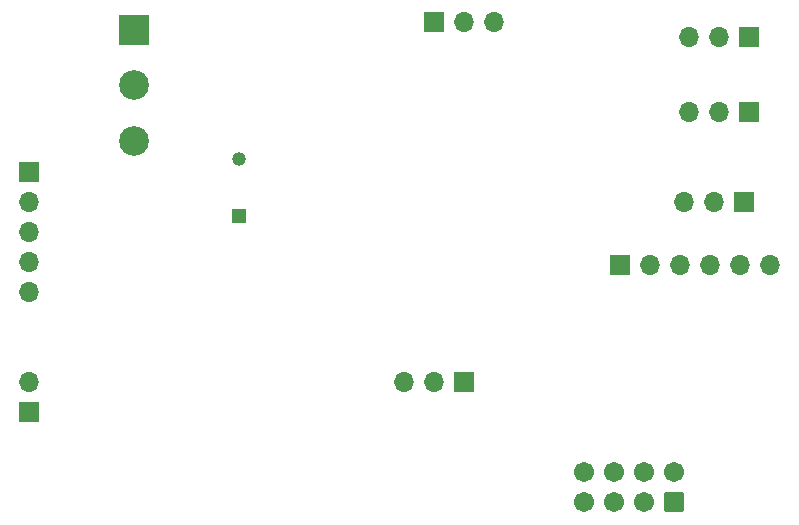
<source format=gbs>
G04 #@! TF.GenerationSoftware,KiCad,Pcbnew,8.0.6*
G04 #@! TF.CreationDate,2025-01-30T10:50:32+01:00*
G04 #@! TF.ProjectId,colorsorter_schematic,636f6c6f-7273-46f7-9274-65725f736368,rev?*
G04 #@! TF.SameCoordinates,Original*
G04 #@! TF.FileFunction,Soldermask,Bot*
G04 #@! TF.FilePolarity,Negative*
%FSLAX46Y46*%
G04 Gerber Fmt 4.6, Leading zero omitted, Abs format (unit mm)*
G04 Created by KiCad (PCBNEW 8.0.6) date 2025-01-30 10:50:32*
%MOMM*%
%LPD*%
G01*
G04 APERTURE LIST*
G04 Aperture macros list*
%AMRoundRect*
0 Rectangle with rounded corners*
0 $1 Rounding radius*
0 $2 $3 $4 $5 $6 $7 $8 $9 X,Y pos of 4 corners*
0 Add a 4 corners polygon primitive as box body*
4,1,4,$2,$3,$4,$5,$6,$7,$8,$9,$2,$3,0*
0 Add four circle primitives for the rounded corners*
1,1,$1+$1,$2,$3*
1,1,$1+$1,$4,$5*
1,1,$1+$1,$6,$7*
1,1,$1+$1,$8,$9*
0 Add four rect primitives between the rounded corners*
20,1,$1+$1,$2,$3,$4,$5,0*
20,1,$1+$1,$4,$5,$6,$7,0*
20,1,$1+$1,$6,$7,$8,$9,0*
20,1,$1+$1,$8,$9,$2,$3,0*%
G04 Aperture macros list end*
%ADD10R,1.700000X1.700000*%
%ADD11O,1.700000X1.700000*%
%ADD12R,2.520000X2.520000*%
%ADD13C,2.520000*%
%ADD14R,1.192000X1.192000*%
%ADD15C,1.192000*%
%ADD16RoundRect,0.102000X0.750000X0.750000X-0.750000X0.750000X-0.750000X-0.750000X0.750000X-0.750000X0*%
%ADD17C,1.704000*%
G04 APERTURE END LIST*
D10*
X164338000Y-99684000D03*
D11*
X166878000Y-99684000D03*
X169418000Y-99684000D03*
X171958000Y-99684000D03*
X174498000Y-99684000D03*
X177038000Y-99684000D03*
D12*
X123190000Y-79744000D03*
D13*
X123190000Y-84444000D03*
X123190000Y-89144000D03*
D10*
X174809150Y-94350000D03*
D11*
X172269150Y-94350000D03*
X169729150Y-94350000D03*
D10*
X114300000Y-112130000D03*
D11*
X114300000Y-109590000D03*
D14*
X132080000Y-95520000D03*
D15*
X132080000Y-90640000D03*
D16*
X168910000Y-119750000D03*
D17*
X166370000Y-119750000D03*
X163830000Y-119750000D03*
X161290000Y-119750000D03*
X168910000Y-117210000D03*
X166370000Y-117210000D03*
X163830000Y-117210000D03*
X161290000Y-117210000D03*
D10*
X175260000Y-86730000D03*
D11*
X172720000Y-86730000D03*
X170180000Y-86730000D03*
D10*
X114300000Y-91810000D03*
D11*
X114300000Y-94350000D03*
X114300000Y-96890000D03*
X114300000Y-99430000D03*
X114300000Y-101970000D03*
D10*
X151130000Y-109590000D03*
D11*
X148590000Y-109590000D03*
X146050000Y-109590000D03*
D10*
X148590000Y-79110000D03*
D11*
X151130000Y-79110000D03*
X153670000Y-79110000D03*
D10*
X175245000Y-80380000D03*
D11*
X172705000Y-80380000D03*
X170165000Y-80380000D03*
M02*

</source>
